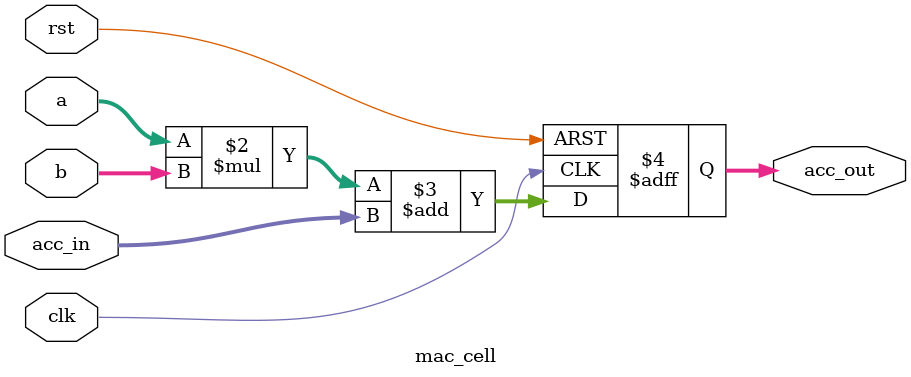
<source format=sv>
`timescale 1ns/1ps

module mac_cell (
    input logic clk,
    input logic rst,
    input logic [15:0] a,
    input logic [15:0] b,
    input logic [31:0] acc_in,
    output logic [31:0] acc_out
);

    always_ff @(posedge clk or posedge rst) begin
        if (rst) begin
            acc_out <= 0;
        end else begin
            acc_out <= (a * b) + acc_in;
        end
    end

endmodule

</source>
